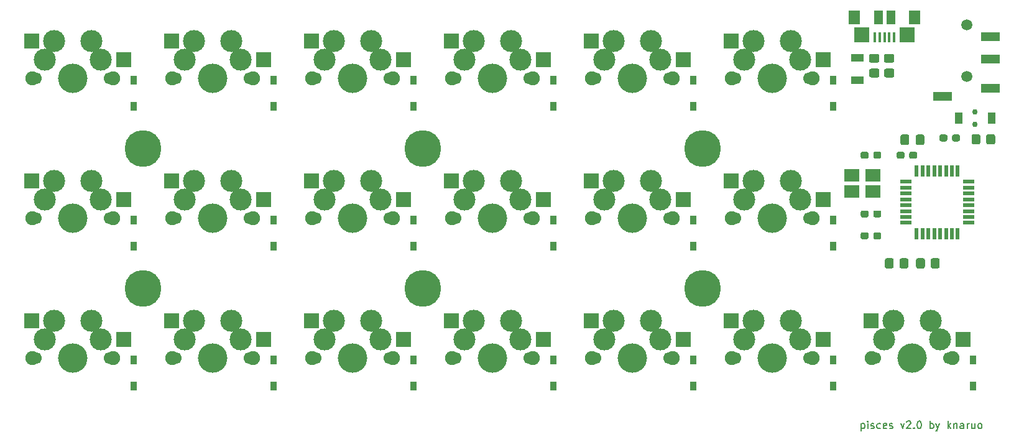
<source format=gbr>
G04 #@! TF.GenerationSoftware,KiCad,Pcbnew,(5.1.7)-1*
G04 #@! TF.CreationDate,2021-01-25T07:56:41+09:00*
G04 #@! TF.ProjectId,pisces,70697363-6573-42e6-9b69-6361645f7063,rev?*
G04 #@! TF.SameCoordinates,Original*
G04 #@! TF.FileFunction,Soldermask,Top*
G04 #@! TF.FilePolarity,Negative*
%FSLAX46Y46*%
G04 Gerber Fmt 4.6, Leading zero omitted, Abs format (unit mm)*
G04 Created by KiCad (PCBNEW (5.1.7)-1) date 2021-01-25 07:56:41*
%MOMM*%
%LPD*%
G01*
G04 APERTURE LIST*
%ADD10C,0.150000*%
%ADD11R,2.000000X2.000000*%
%ADD12C,3.000000*%
%ADD13C,4.000000*%
%ADD14C,1.900000*%
%ADD15C,1.700000*%
%ADD16C,5.000000*%
%ADD17R,0.950000X1.300000*%
%ADD18R,1.820000X1.060000*%
%ADD19R,2.100000X2.000000*%
%ADD20R,1.600000X1.900000*%
%ADD21R,0.400000X1.350000*%
%ADD22R,1.200000X1.900000*%
%ADD23R,1.600000X0.550000*%
%ADD24R,0.550000X1.600000*%
%ADD25R,2.100000X1.800000*%
%ADD26C,1.500000*%
%ADD27R,2.500000X1.200000*%
%ADD28R,1.100000X1.600000*%
%ADD29C,0.750000*%
G04 APERTURE END LIST*
D10*
X157354023Y-97004214D02*
X157354023Y-98004214D01*
X157354023Y-97051833D02*
X157449261Y-97004214D01*
X157639738Y-97004214D01*
X157734976Y-97051833D01*
X157782595Y-97099452D01*
X157830214Y-97194690D01*
X157830214Y-97480404D01*
X157782595Y-97575642D01*
X157734976Y-97623261D01*
X157639738Y-97670880D01*
X157449261Y-97670880D01*
X157354023Y-97623261D01*
X158258785Y-97670880D02*
X158258785Y-97004214D01*
X158258785Y-96670880D02*
X158211166Y-96718500D01*
X158258785Y-96766119D01*
X158306404Y-96718500D01*
X158258785Y-96670880D01*
X158258785Y-96766119D01*
X158687357Y-97623261D02*
X158782595Y-97670880D01*
X158973071Y-97670880D01*
X159068309Y-97623261D01*
X159115928Y-97528023D01*
X159115928Y-97480404D01*
X159068309Y-97385166D01*
X158973071Y-97337547D01*
X158830214Y-97337547D01*
X158734976Y-97289928D01*
X158687357Y-97194690D01*
X158687357Y-97147071D01*
X158734976Y-97051833D01*
X158830214Y-97004214D01*
X158973071Y-97004214D01*
X159068309Y-97051833D01*
X159973071Y-97623261D02*
X159877833Y-97670880D01*
X159687357Y-97670880D01*
X159592119Y-97623261D01*
X159544500Y-97575642D01*
X159496880Y-97480404D01*
X159496880Y-97194690D01*
X159544500Y-97099452D01*
X159592119Y-97051833D01*
X159687357Y-97004214D01*
X159877833Y-97004214D01*
X159973071Y-97051833D01*
X160782595Y-97623261D02*
X160687357Y-97670880D01*
X160496880Y-97670880D01*
X160401642Y-97623261D01*
X160354023Y-97528023D01*
X160354023Y-97147071D01*
X160401642Y-97051833D01*
X160496880Y-97004214D01*
X160687357Y-97004214D01*
X160782595Y-97051833D01*
X160830214Y-97147071D01*
X160830214Y-97242309D01*
X160354023Y-97337547D01*
X161211166Y-97623261D02*
X161306404Y-97670880D01*
X161496880Y-97670880D01*
X161592119Y-97623261D01*
X161639738Y-97528023D01*
X161639738Y-97480404D01*
X161592119Y-97385166D01*
X161496880Y-97337547D01*
X161354023Y-97337547D01*
X161258785Y-97289928D01*
X161211166Y-97194690D01*
X161211166Y-97147071D01*
X161258785Y-97051833D01*
X161354023Y-97004214D01*
X161496880Y-97004214D01*
X161592119Y-97051833D01*
X162734976Y-97004214D02*
X162973071Y-97670880D01*
X163211166Y-97004214D01*
X163544500Y-96766119D02*
X163592119Y-96718500D01*
X163687357Y-96670880D01*
X163925452Y-96670880D01*
X164020690Y-96718500D01*
X164068309Y-96766119D01*
X164115928Y-96861357D01*
X164115928Y-96956595D01*
X164068309Y-97099452D01*
X163496880Y-97670880D01*
X164115928Y-97670880D01*
X164544500Y-97575642D02*
X164592119Y-97623261D01*
X164544500Y-97670880D01*
X164496880Y-97623261D01*
X164544500Y-97575642D01*
X164544500Y-97670880D01*
X165211166Y-96670880D02*
X165306404Y-96670880D01*
X165401642Y-96718500D01*
X165449261Y-96766119D01*
X165496880Y-96861357D01*
X165544500Y-97051833D01*
X165544500Y-97289928D01*
X165496880Y-97480404D01*
X165449261Y-97575642D01*
X165401642Y-97623261D01*
X165306404Y-97670880D01*
X165211166Y-97670880D01*
X165115928Y-97623261D01*
X165068309Y-97575642D01*
X165020690Y-97480404D01*
X164973071Y-97289928D01*
X164973071Y-97051833D01*
X165020690Y-96861357D01*
X165068309Y-96766119D01*
X165115928Y-96718500D01*
X165211166Y-96670880D01*
X166734976Y-97670880D02*
X166734976Y-96670880D01*
X166734976Y-97051833D02*
X166830214Y-97004214D01*
X167020690Y-97004214D01*
X167115928Y-97051833D01*
X167163547Y-97099452D01*
X167211166Y-97194690D01*
X167211166Y-97480404D01*
X167163547Y-97575642D01*
X167115928Y-97623261D01*
X167020690Y-97670880D01*
X166830214Y-97670880D01*
X166734976Y-97623261D01*
X167544500Y-97004214D02*
X167782595Y-97670880D01*
X168020690Y-97004214D02*
X167782595Y-97670880D01*
X167687357Y-97908976D01*
X167639738Y-97956595D01*
X167544500Y-98004214D01*
X169163547Y-97670880D02*
X169163547Y-96670880D01*
X169258785Y-97289928D02*
X169544500Y-97670880D01*
X169544500Y-97004214D02*
X169163547Y-97385166D01*
X169973071Y-97004214D02*
X169973071Y-97670880D01*
X169973071Y-97099452D02*
X170020690Y-97051833D01*
X170115928Y-97004214D01*
X170258785Y-97004214D01*
X170354023Y-97051833D01*
X170401642Y-97147071D01*
X170401642Y-97670880D01*
X171306404Y-97670880D02*
X171306404Y-97147071D01*
X171258785Y-97051833D01*
X171163547Y-97004214D01*
X170973071Y-97004214D01*
X170877833Y-97051833D01*
X171306404Y-97623261D02*
X171211166Y-97670880D01*
X170973071Y-97670880D01*
X170877833Y-97623261D01*
X170830214Y-97528023D01*
X170830214Y-97432785D01*
X170877833Y-97337547D01*
X170973071Y-97289928D01*
X171211166Y-97289928D01*
X171306404Y-97242309D01*
X171782595Y-97670880D02*
X171782595Y-97004214D01*
X171782595Y-97194690D02*
X171830214Y-97099452D01*
X171877833Y-97051833D01*
X171973071Y-97004214D01*
X172068309Y-97004214D01*
X172830214Y-97004214D02*
X172830214Y-97670880D01*
X172401642Y-97004214D02*
X172401642Y-97528023D01*
X172449261Y-97623261D01*
X172544500Y-97670880D01*
X172687357Y-97670880D01*
X172782595Y-97623261D01*
X172830214Y-97575642D01*
X173449261Y-97670880D02*
X173354023Y-97623261D01*
X173306404Y-97575642D01*
X173258785Y-97480404D01*
X173258785Y-97194690D01*
X173306404Y-97099452D01*
X173354023Y-97051833D01*
X173449261Y-97004214D01*
X173592119Y-97004214D01*
X173687357Y-97051833D01*
X173734976Y-97099452D01*
X173782595Y-97194690D01*
X173782595Y-97480404D01*
X173734976Y-97575642D01*
X173687357Y-97623261D01*
X173592119Y-97670880D01*
X173449261Y-97670880D01*
D11*
X139650000Y-44920000D03*
D12*
X149060000Y-47460000D03*
X142710000Y-44920000D03*
D11*
X152150000Y-47460000D03*
D12*
X147790000Y-44920000D03*
D13*
X145250000Y-50000000D03*
D14*
X139750000Y-50000000D03*
X150750000Y-50000000D03*
D15*
X150330000Y-50000000D03*
X140170000Y-50000000D03*
D12*
X141440000Y-47460000D03*
D16*
X135725000Y-78575000D03*
X135725000Y-59525000D03*
X97625000Y-78575000D03*
X97625000Y-59525000D03*
X59525000Y-78575000D03*
X59525000Y-59525000D03*
G36*
G01*
X158361500Y-60214500D02*
X158361500Y-60689500D01*
G75*
G02*
X158124000Y-60927000I-237500J0D01*
G01*
X157524000Y-60927000D01*
G75*
G02*
X157286500Y-60689500I0J237500D01*
G01*
X157286500Y-60214500D01*
G75*
G02*
X157524000Y-59977000I237500J0D01*
G01*
X158124000Y-59977000D01*
G75*
G02*
X158361500Y-60214500I0J-237500D01*
G01*
G37*
G36*
G01*
X160086500Y-60214500D02*
X160086500Y-60689500D01*
G75*
G02*
X159849000Y-60927000I-237500J0D01*
G01*
X159249000Y-60927000D01*
G75*
G02*
X159011500Y-60689500I0J237500D01*
G01*
X159011500Y-60214500D01*
G75*
G02*
X159249000Y-59977000I237500J0D01*
G01*
X159849000Y-59977000D01*
G75*
G02*
X160086500Y-60214500I0J-237500D01*
G01*
G37*
G36*
G01*
X157286500Y-68690500D02*
X157286500Y-68215500D01*
G75*
G02*
X157524000Y-67978000I237500J0D01*
G01*
X158124000Y-67978000D01*
G75*
G02*
X158361500Y-68215500I0J-237500D01*
G01*
X158361500Y-68690500D01*
G75*
G02*
X158124000Y-68928000I-237500J0D01*
G01*
X157524000Y-68928000D01*
G75*
G02*
X157286500Y-68690500I0J237500D01*
G01*
G37*
G36*
G01*
X159011500Y-68690500D02*
X159011500Y-68215500D01*
G75*
G02*
X159249000Y-67978000I237500J0D01*
G01*
X159849000Y-67978000D01*
G75*
G02*
X160086500Y-68215500I0J-237500D01*
G01*
X160086500Y-68690500D01*
G75*
G02*
X159849000Y-68928000I-237500J0D01*
G01*
X159249000Y-68928000D01*
G75*
G02*
X159011500Y-68690500I0J237500D01*
G01*
G37*
G36*
G01*
X170818000Y-57865000D02*
X170818000Y-58340000D01*
G75*
G02*
X170580500Y-58577500I-237500J0D01*
G01*
X169980500Y-58577500D01*
G75*
G02*
X169743000Y-58340000I0J237500D01*
G01*
X169743000Y-57865000D01*
G75*
G02*
X169980500Y-57627500I237500J0D01*
G01*
X170580500Y-57627500D01*
G75*
G02*
X170818000Y-57865000I0J-237500D01*
G01*
G37*
G36*
G01*
X169093000Y-57865000D02*
X169093000Y-58340000D01*
G75*
G02*
X168855500Y-58577500I-237500J0D01*
G01*
X168255500Y-58577500D01*
G75*
G02*
X168018000Y-58340000I0J237500D01*
G01*
X168018000Y-57865000D01*
G75*
G02*
X168255500Y-57627500I237500J0D01*
G01*
X168855500Y-57627500D01*
G75*
G02*
X169093000Y-57865000I0J-237500D01*
G01*
G37*
G36*
G01*
X165963000Y-57881500D02*
X165963000Y-58831500D01*
G75*
G02*
X165713000Y-59081500I-250000J0D01*
G01*
X165038000Y-59081500D01*
G75*
G02*
X164788000Y-58831500I0J250000D01*
G01*
X164788000Y-57881500D01*
G75*
G02*
X165038000Y-57631500I250000J0D01*
G01*
X165713000Y-57631500D01*
G75*
G02*
X165963000Y-57881500I0J-250000D01*
G01*
G37*
G36*
G01*
X163888000Y-57881500D02*
X163888000Y-58831500D01*
G75*
G02*
X163638000Y-59081500I-250000J0D01*
G01*
X162963000Y-59081500D01*
G75*
G02*
X162713000Y-58831500I0J250000D01*
G01*
X162713000Y-57881500D01*
G75*
G02*
X162963000Y-57631500I250000J0D01*
G01*
X163638000Y-57631500D01*
G75*
G02*
X163888000Y-57881500I0J-250000D01*
G01*
G37*
G36*
G01*
X158361500Y-71200000D02*
X158361500Y-71675000D01*
G75*
G02*
X158124000Y-71912500I-237500J0D01*
G01*
X157524000Y-71912500D01*
G75*
G02*
X157286500Y-71675000I0J237500D01*
G01*
X157286500Y-71200000D01*
G75*
G02*
X157524000Y-70962500I237500J0D01*
G01*
X158124000Y-70962500D01*
G75*
G02*
X158361500Y-71200000I0J-237500D01*
G01*
G37*
G36*
G01*
X160086500Y-71200000D02*
X160086500Y-71675000D01*
G75*
G02*
X159849000Y-71912500I-237500J0D01*
G01*
X159249000Y-71912500D01*
G75*
G02*
X159011500Y-71675000I0J237500D01*
G01*
X159011500Y-71200000D01*
G75*
G02*
X159249000Y-70962500I237500J0D01*
G01*
X159849000Y-70962500D01*
G75*
G02*
X160086500Y-71200000I0J-237500D01*
G01*
G37*
G36*
G01*
X164976000Y-60214500D02*
X164976000Y-60689500D01*
G75*
G02*
X164738500Y-60927000I-237500J0D01*
G01*
X164138500Y-60927000D01*
G75*
G02*
X163901000Y-60689500I0J237500D01*
G01*
X163901000Y-60214500D01*
G75*
G02*
X164138500Y-59977000I237500J0D01*
G01*
X164738500Y-59977000D01*
G75*
G02*
X164976000Y-60214500I0J-237500D01*
G01*
G37*
G36*
G01*
X163251000Y-60214500D02*
X163251000Y-60689500D01*
G75*
G02*
X163013500Y-60927000I-237500J0D01*
G01*
X162413500Y-60927000D01*
G75*
G02*
X162176000Y-60689500I0J237500D01*
G01*
X162176000Y-60214500D01*
G75*
G02*
X162413500Y-59977000I237500J0D01*
G01*
X163013500Y-59977000D01*
G75*
G02*
X163251000Y-60214500I0J-237500D01*
G01*
G37*
D17*
X58293000Y-53781500D03*
X58293000Y-50231500D03*
X58293000Y-69281500D03*
X58293000Y-72831500D03*
X58293000Y-91881500D03*
X58293000Y-88331500D03*
X96393000Y-50231500D03*
X96393000Y-53781500D03*
X96393000Y-72831500D03*
X96393000Y-69281500D03*
X115443000Y-50231500D03*
X115443000Y-53781500D03*
X115443000Y-72831500D03*
X115443000Y-69281500D03*
X115443000Y-91881500D03*
X115443000Y-88331500D03*
X134493000Y-69281500D03*
X134493000Y-72831500D03*
X134493000Y-91881500D03*
X134493000Y-88331500D03*
X153543000Y-69281500D03*
X153543000Y-72831500D03*
X153543000Y-88331500D03*
X153543000Y-91881500D03*
D18*
X156845000Y-50232500D03*
X156845000Y-47176500D03*
D19*
X163628000Y-44069500D03*
X157428000Y-44069500D03*
D20*
X164628000Y-41719500D03*
X156428000Y-41719500D03*
D21*
X159228000Y-44394500D03*
X159878000Y-44394500D03*
X160528000Y-44394500D03*
X161178000Y-44394500D03*
X161828000Y-44394500D03*
D22*
X161378000Y-41719500D03*
X159678000Y-41719500D03*
G36*
G01*
X161613001Y-49860000D02*
X160712999Y-49860000D01*
G75*
G02*
X160463000Y-49610001I0J249999D01*
G01*
X160463000Y-48909999D01*
G75*
G02*
X160712999Y-48660000I249999J0D01*
G01*
X161613001Y-48660000D01*
G75*
G02*
X161863000Y-48909999I0J-249999D01*
G01*
X161863000Y-49610001D01*
G75*
G02*
X161613001Y-49860000I-249999J0D01*
G01*
G37*
G36*
G01*
X161613001Y-47860000D02*
X160712999Y-47860000D01*
G75*
G02*
X160463000Y-47610001I0J249999D01*
G01*
X160463000Y-46909999D01*
G75*
G02*
X160712999Y-46660000I249999J0D01*
G01*
X161613001Y-46660000D01*
G75*
G02*
X161863000Y-46909999I0J-249999D01*
G01*
X161863000Y-47610001D01*
G75*
G02*
X161613001Y-47860000I-249999J0D01*
G01*
G37*
G36*
G01*
X159581001Y-47860000D02*
X158680999Y-47860000D01*
G75*
G02*
X158431000Y-47610001I0J249999D01*
G01*
X158431000Y-46909999D01*
G75*
G02*
X158680999Y-46660000I249999J0D01*
G01*
X159581001Y-46660000D01*
G75*
G02*
X159831000Y-46909999I0J-249999D01*
G01*
X159831000Y-47610001D01*
G75*
G02*
X159581001Y-47860000I-249999J0D01*
G01*
G37*
G36*
G01*
X159581001Y-49860000D02*
X158680999Y-49860000D01*
G75*
G02*
X158431000Y-49610001I0J249999D01*
G01*
X158431000Y-48909999D01*
G75*
G02*
X158680999Y-48660000I249999J0D01*
G01*
X159581001Y-48660000D01*
G75*
G02*
X159831000Y-48909999I0J-249999D01*
G01*
X159831000Y-49610001D01*
G75*
G02*
X159581001Y-49860000I-249999J0D01*
G01*
G37*
G36*
G01*
X172390000Y-58743001D02*
X172390000Y-57842999D01*
G75*
G02*
X172639999Y-57593000I249999J0D01*
G01*
X173340001Y-57593000D01*
G75*
G02*
X173590000Y-57842999I0J-249999D01*
G01*
X173590000Y-58743001D01*
G75*
G02*
X173340001Y-58993000I-249999J0D01*
G01*
X172639999Y-58993000D01*
G75*
G02*
X172390000Y-58743001I0J249999D01*
G01*
G37*
G36*
G01*
X174390000Y-58743001D02*
X174390000Y-57842999D01*
G75*
G02*
X174639999Y-57593000I249999J0D01*
G01*
X175340001Y-57593000D01*
G75*
G02*
X175590000Y-57842999I0J-249999D01*
G01*
X175590000Y-58743001D01*
G75*
G02*
X175340001Y-58993000I-249999J0D01*
G01*
X174639999Y-58993000D01*
G75*
G02*
X174390000Y-58743001I0J249999D01*
G01*
G37*
G36*
G01*
X166033500Y-74733999D02*
X166033500Y-75634001D01*
G75*
G02*
X165783501Y-75884000I-249999J0D01*
G01*
X165083499Y-75884000D01*
G75*
G02*
X164833500Y-75634001I0J249999D01*
G01*
X164833500Y-74733999D01*
G75*
G02*
X165083499Y-74484000I249999J0D01*
G01*
X165783501Y-74484000D01*
G75*
G02*
X166033500Y-74733999I0J-249999D01*
G01*
G37*
G36*
G01*
X168033500Y-74733999D02*
X168033500Y-75634001D01*
G75*
G02*
X167783501Y-75884000I-249999J0D01*
G01*
X167083499Y-75884000D01*
G75*
G02*
X166833500Y-75634001I0J249999D01*
G01*
X166833500Y-74733999D01*
G75*
G02*
X167083499Y-74484000I249999J0D01*
G01*
X167783501Y-74484000D01*
G75*
G02*
X168033500Y-74733999I0J-249999D01*
G01*
G37*
D11*
X44400000Y-44920000D03*
D12*
X53810000Y-47460000D03*
X47460000Y-44920000D03*
D11*
X56900000Y-47460000D03*
D12*
X52540000Y-44920000D03*
D13*
X50000000Y-50000000D03*
D14*
X44500000Y-50000000D03*
X55500000Y-50000000D03*
D15*
X55080000Y-50000000D03*
X44920000Y-50000000D03*
D12*
X46190000Y-47460000D03*
X46190000Y-66510000D03*
D15*
X44920000Y-69050000D03*
X55080000Y-69050000D03*
D14*
X55500000Y-69050000D03*
X44500000Y-69050000D03*
D13*
X50000000Y-69050000D03*
D12*
X52540000Y-63970000D03*
D11*
X56900000Y-66510000D03*
D12*
X47460000Y-63970000D03*
X53810000Y-66510000D03*
D11*
X44400000Y-63970000D03*
X44400000Y-83020000D03*
D12*
X53810000Y-85560000D03*
X47460000Y-83020000D03*
D11*
X56900000Y-85560000D03*
D12*
X52540000Y-83020000D03*
D13*
X50000000Y-88100000D03*
D14*
X44500000Y-88100000D03*
X55500000Y-88100000D03*
D15*
X55080000Y-88100000D03*
X44920000Y-88100000D03*
D12*
X46190000Y-85560000D03*
X65240000Y-47460000D03*
D15*
X63970000Y-50000000D03*
X74130000Y-50000000D03*
D14*
X74550000Y-50000000D03*
X63550000Y-50000000D03*
D13*
X69050000Y-50000000D03*
D12*
X71590000Y-44920000D03*
D11*
X75950000Y-47460000D03*
D12*
X66510000Y-44920000D03*
X72860000Y-47460000D03*
D11*
X63450000Y-44920000D03*
D12*
X65240000Y-66510000D03*
D15*
X63970000Y-69050000D03*
X74130000Y-69050000D03*
D14*
X74550000Y-69050000D03*
X63550000Y-69050000D03*
D13*
X69050000Y-69050000D03*
D12*
X71590000Y-63970000D03*
D11*
X75950000Y-66510000D03*
D12*
X66510000Y-63970000D03*
X72860000Y-66510000D03*
D11*
X63450000Y-63970000D03*
X63450000Y-83020000D03*
D12*
X72860000Y-85560000D03*
X66510000Y-83020000D03*
D11*
X75950000Y-85560000D03*
D12*
X71590000Y-83020000D03*
D13*
X69050000Y-88100000D03*
D14*
X63550000Y-88100000D03*
X74550000Y-88100000D03*
D15*
X74130000Y-88100000D03*
X63970000Y-88100000D03*
D12*
X65240000Y-85560000D03*
X84290000Y-47460000D03*
D15*
X83020000Y-50000000D03*
X93180000Y-50000000D03*
D14*
X93600000Y-50000000D03*
X82600000Y-50000000D03*
D13*
X88100000Y-50000000D03*
D12*
X90640000Y-44920000D03*
D11*
X95000000Y-47460000D03*
D12*
X85560000Y-44920000D03*
X91910000Y-47460000D03*
D11*
X82500000Y-44920000D03*
X82500000Y-63970000D03*
D12*
X91910000Y-66510000D03*
X85560000Y-63970000D03*
D11*
X95000000Y-66510000D03*
D12*
X90640000Y-63970000D03*
D13*
X88100000Y-69050000D03*
D14*
X82600000Y-69050000D03*
X93600000Y-69050000D03*
D15*
X93180000Y-69050000D03*
X83020000Y-69050000D03*
D12*
X84290000Y-66510000D03*
D11*
X82500000Y-83020000D03*
D12*
X91910000Y-85560000D03*
X85560000Y-83020000D03*
D11*
X95000000Y-85560000D03*
D12*
X90640000Y-83020000D03*
D13*
X88100000Y-88100000D03*
D14*
X82600000Y-88100000D03*
X93600000Y-88100000D03*
D15*
X93180000Y-88100000D03*
X83020000Y-88100000D03*
D12*
X84290000Y-85560000D03*
D11*
X101550000Y-44920000D03*
D12*
X110960000Y-47460000D03*
X104610000Y-44920000D03*
D11*
X114050000Y-47460000D03*
D12*
X109690000Y-44920000D03*
D13*
X107150000Y-50000000D03*
D14*
X101650000Y-50000000D03*
X112650000Y-50000000D03*
D15*
X112230000Y-50000000D03*
X102070000Y-50000000D03*
D12*
X103340000Y-47460000D03*
X103340000Y-66510000D03*
D15*
X102070000Y-69050000D03*
X112230000Y-69050000D03*
D14*
X112650000Y-69050000D03*
X101650000Y-69050000D03*
D13*
X107150000Y-69050000D03*
D12*
X109690000Y-63970000D03*
D11*
X114050000Y-66510000D03*
D12*
X104610000Y-63970000D03*
X110960000Y-66510000D03*
D11*
X101550000Y-63970000D03*
X101550000Y-83020000D03*
D12*
X110960000Y-85560000D03*
X104610000Y-83020000D03*
D11*
X114050000Y-85560000D03*
D12*
X109690000Y-83020000D03*
D13*
X107150000Y-88100000D03*
D14*
X101650000Y-88100000D03*
X112650000Y-88100000D03*
D15*
X112230000Y-88100000D03*
X102070000Y-88100000D03*
D12*
X103340000Y-85560000D03*
X122390000Y-47460000D03*
D15*
X121120000Y-50000000D03*
X131280000Y-50000000D03*
D14*
X131700000Y-50000000D03*
X120700000Y-50000000D03*
D13*
X126200000Y-50000000D03*
D12*
X128740000Y-44920000D03*
D11*
X133100000Y-47460000D03*
D12*
X123660000Y-44920000D03*
X130010000Y-47460000D03*
D11*
X120600000Y-44920000D03*
D12*
X122390000Y-66510000D03*
D15*
X121120000Y-69050000D03*
X131280000Y-69050000D03*
D14*
X131700000Y-69050000D03*
X120700000Y-69050000D03*
D13*
X126200000Y-69050000D03*
D12*
X128740000Y-63970000D03*
D11*
X133100000Y-66510000D03*
D12*
X123660000Y-63970000D03*
X130010000Y-66510000D03*
D11*
X120600000Y-63970000D03*
D12*
X122390000Y-85560000D03*
D15*
X121120000Y-88100000D03*
X131280000Y-88100000D03*
D14*
X131700000Y-88100000D03*
X120700000Y-88100000D03*
D13*
X126200000Y-88100000D03*
D12*
X128740000Y-83020000D03*
D11*
X133100000Y-85560000D03*
D12*
X123660000Y-83020000D03*
X130010000Y-85560000D03*
D11*
X120600000Y-83020000D03*
D12*
X141440000Y-66510000D03*
D15*
X140170000Y-69050000D03*
X150330000Y-69050000D03*
D14*
X150750000Y-69050000D03*
X139750000Y-69050000D03*
D13*
X145250000Y-69050000D03*
D12*
X147790000Y-63970000D03*
D11*
X152150000Y-66510000D03*
D12*
X142710000Y-63970000D03*
X149060000Y-66510000D03*
D11*
X139650000Y-63970000D03*
X139650000Y-83020000D03*
D12*
X149060000Y-85560000D03*
X142710000Y-83020000D03*
D11*
X152150000Y-85560000D03*
D12*
X147790000Y-83020000D03*
D13*
X145250000Y-88100000D03*
D14*
X139750000Y-88100000D03*
X150750000Y-88100000D03*
D15*
X150330000Y-88100000D03*
X140170000Y-88100000D03*
D12*
X141440000Y-85560000D03*
D11*
X158700000Y-83020000D03*
D12*
X168110000Y-85560000D03*
X161760000Y-83020000D03*
D11*
X171200000Y-85560000D03*
D12*
X166840000Y-83020000D03*
D13*
X164300000Y-88100000D03*
D14*
X158800000Y-88100000D03*
X169800000Y-88100000D03*
D15*
X169380000Y-88100000D03*
X159220000Y-88100000D03*
D12*
X160490000Y-85560000D03*
D23*
X163453500Y-64065500D03*
X163453500Y-64865500D03*
X163453500Y-65665500D03*
X163453500Y-66465500D03*
X163453500Y-67265500D03*
X163453500Y-68065500D03*
X163453500Y-68865500D03*
X163453500Y-69665500D03*
D24*
X164903500Y-71115500D03*
X165703500Y-71115500D03*
X166503500Y-71115500D03*
X167303500Y-71115500D03*
X168103500Y-71115500D03*
X168903500Y-71115500D03*
X169703500Y-71115500D03*
X170503500Y-71115500D03*
D23*
X171953500Y-69665500D03*
X171953500Y-68865500D03*
X171953500Y-68065500D03*
X171953500Y-67265500D03*
X171953500Y-66465500D03*
X171953500Y-65665500D03*
X171953500Y-64865500D03*
X171953500Y-64065500D03*
D24*
X170503500Y-62615500D03*
X169703500Y-62615500D03*
X168903500Y-62615500D03*
X168103500Y-62615500D03*
X167303500Y-62615500D03*
X166503500Y-62615500D03*
X165703500Y-62615500D03*
X164903500Y-62615500D03*
D25*
X158993500Y-63225500D03*
X156093500Y-63225500D03*
X156093500Y-65425500D03*
X158993500Y-65425500D03*
D26*
X171704000Y-49723000D03*
X171704000Y-42723000D03*
D27*
X174954000Y-44323000D03*
X174954000Y-47323000D03*
X174954000Y-51323000D03*
X168454000Y-52423000D03*
D28*
X170597000Y-55372000D03*
X175097000Y-55372000D03*
D29*
X172847000Y-54572000D03*
X172847000Y-56272000D03*
D17*
X77342999Y-50231500D03*
X77342999Y-53781500D03*
X77342999Y-72831500D03*
X77342999Y-69281500D03*
X77342999Y-88331500D03*
X77342999Y-91881500D03*
X96393000Y-91881500D03*
X96393000Y-88331500D03*
X134493000Y-50231500D03*
X134493000Y-53781500D03*
X153543000Y-50231500D03*
X153543000Y-53781500D03*
X172593000Y-91881500D03*
X172593000Y-88331500D03*
G36*
G01*
X163779000Y-74733999D02*
X163779000Y-75634001D01*
G75*
G02*
X163529001Y-75884000I-249999J0D01*
G01*
X162828999Y-75884000D01*
G75*
G02*
X162579000Y-75634001I0J249999D01*
G01*
X162579000Y-74733999D01*
G75*
G02*
X162828999Y-74484000I249999J0D01*
G01*
X163529001Y-74484000D01*
G75*
G02*
X163779000Y-74733999I0J-249999D01*
G01*
G37*
G36*
G01*
X161779000Y-74733999D02*
X161779000Y-75634001D01*
G75*
G02*
X161529001Y-75884000I-249999J0D01*
G01*
X160828999Y-75884000D01*
G75*
G02*
X160579000Y-75634001I0J249999D01*
G01*
X160579000Y-74733999D01*
G75*
G02*
X160828999Y-74484000I249999J0D01*
G01*
X161529001Y-74484000D01*
G75*
G02*
X161779000Y-74733999I0J-249999D01*
G01*
G37*
M02*

</source>
